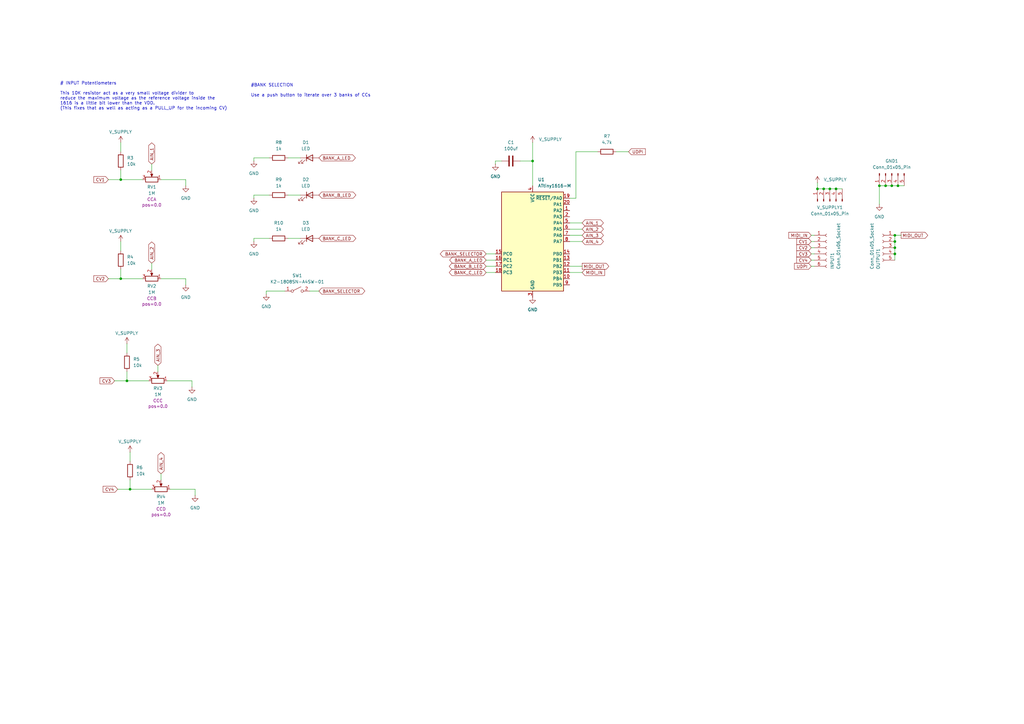
<source format=kicad_sch>
(kicad_sch (version 20231120) (generator "eeschema") (generator_version "8.0")
  (paper "A3")
  (lib_symbols
    (symbol "Connector:Conn_01x05_Pin" (pin_names (offset 1.016) hide)
      (property "Reference" "J" (at 0 7.62 0))
      (property "Value" "Conn_01x05_Pin" (at 0 -7.62 0))
      (symbol "Conn_01x05_Pin_1_1"
        (polyline (pts (xy 1.27 -5.08) (xy 0.8636 -5.08)) (stroke (width 0.1524)))
        (polyline (pts (xy 1.27 -2.54) (xy 0.8636 -2.54)) (stroke (width 0.1524)))
        (polyline (pts (xy 1.27 0) (xy 0.8636 0)) (stroke (width 0.1524)))
        (polyline (pts (xy 1.27 2.54) (xy 0.8636 2.54)) (stroke (width 0.1524)))
        (polyline (pts (xy 1.27 5.08) (xy 0.8636 5.08)) (stroke (width 0.1524)))
        (rectangle (start 0.8636 -4.953) (end 0 -5.207) (stroke (width 0.1524)) (fill (type outline)))
        (rectangle (start 0.8636 -2.413) (end 0 -2.667) (stroke (width 0.1524)) (fill (type outline)))
        (rectangle (start 0.8636 0.127) (end 0 -0.127) (stroke (width 0.1524)) (fill (type outline)))
        (rectangle (start 0.8636 2.667) (end 0 2.413) (stroke (width 0.1524)) (fill (type outline)))
        (rectangle (start 0.8636 5.207) (end 0 4.953) (stroke (width 0.1524)) (fill (type outline)))
        (pin passive line (at 5.08 5.08 180) (length 3.81) (name "Pin_1") (number "1"))
        (pin passive line (at 5.08 2.54 180) (length 3.81) (name "Pin_2") (number "2"))
        (pin passive line (at 5.08 0 180) (length 3.81) (name "Pin_3") (number "3"))
        (pin passive line (at 5.08 -2.54 180) (length 3.81) (name "Pin_4") (number "4"))
        (pin passive line (at 5.08 -5.08 180) (length 3.81) (name "Pin_5") (number "5"))
      )
    )
    (symbol "Connector:Conn_01x05_Socket" (pin_names (offset 1.016) hide)
      (property "Reference" "J" (at 0 7.62 0))
      (property "Value" "Conn_01x05_Socket" (at 0 -7.62 0))
      (symbol "Conn_01x05_Socket_1_1"
        (arc (start 0 -4.572) (mid -0.5058 -5.08) (end 0 -5.588) (stroke (width 0.1524)))
        (arc (start 0 -2.032) (mid -0.5058 -2.54) (end 0 -3.048) (stroke (width 0.1524)))
        (polyline (pts (xy -1.27 -5.08) (xy -0.508 -5.08)) (stroke (width 0.1524)))
        (polyline (pts (xy -1.27 -2.54) (xy -0.508 -2.54)) (stroke (width 0.1524)))
        (polyline (pts (xy -1.27 0) (xy -0.508 0)) (stroke (width 0.1524)))
        (polyline (pts (xy -1.27 2.54) (xy -0.508 2.54)) (stroke (width 0.1524)))
        (polyline (pts (xy -1.27 5.08) (xy -0.508 5.08)) (stroke (width 0.1524)))
        (arc (start 0 0.508) (mid -0.5058 0) (end 0 -0.508) (stroke (width 0.1524)))
        (arc (start 0 3.048) (mid -0.5058 2.54) (end 0 2.032) (stroke (width 0.1524)))
        (arc (start 0 5.588) (mid -0.5058 5.08) (end 0 4.572) (stroke (width 0.1524)))
        (pin passive line (at -5.08 5.08 0) (length 3.81) (name "Pin_1") (number "1"))
        (pin passive line (at -5.08 2.54 0) (length 3.81) (name "Pin_2") (number "2"))
        (pin passive line (at -5.08 0 0) (length 3.81) (name "Pin_3") (number "3"))
        (pin passive line (at -5.08 -2.54 0) (length 3.81) (name "Pin_4") (number "4"))
        (pin passive line (at -5.08 -5.08 0) (length 3.81) (name "Pin_5") (number "5"))
      )
    )
    (symbol "Connector:Conn_01x06_Socket" (pin_names (offset 1.016) hide)
      (property "Reference" "J" (at 0 7.62 0))
      (property "Value" "Conn_01x06_Socket" (at 0 -10.16 0))
      (symbol "Conn_01x06_Socket_1_1"
        (arc (start 0 -7.112) (mid -0.5058 -7.62) (end 0 -8.128) (stroke (width 0.1524)))
        (arc (start 0 -4.572) (mid -0.5058 -5.08) (end 0 -5.588) (stroke (width 0.1524)))
        (arc (start 0 -2.032) (mid -0.5058 -2.54) (end 0 -3.048) (stroke (width 0.1524)))
        (polyline (pts (xy -1.27 -7.62) (xy -0.508 -7.62)) (stroke (width 0.1524)))
        (polyline (pts (xy -1.27 -5.08) (xy -0.508 -5.08)) (stroke (width 0.1524)))
        (polyline (pts (xy -1.27 -2.54) (xy -0.508 -2.54)) (stroke (width 0.1524)))
        (polyline (pts (xy -1.27 0) (xy -0.508 0)) (stroke (width 0.1524)))
        (polyline (pts (xy -1.27 2.54) (xy -0.508 2.54)) (stroke (width 0.1524)))
        (polyline (pts (xy -1.27 5.08) (xy -0.508 5.08)) (stroke (width 0.1524)))
        (arc (start 0 0.508) (mid -0.5058 0) (end 0 -0.508) (stroke (width 0.1524)))
        (arc (start 0 3.048) (mid -0.5058 2.54) (end 0 2.032) (stroke (width 0.1524)))
        (arc (start 0 5.588) (mid -0.5058 5.08) (end 0 4.572) (stroke (width 0.1524)))
        (pin passive line (at -5.08 5.08 0) (length 3.81) (name "Pin_1") (number "1"))
        (pin passive line (at -5.08 2.54 0) (length 3.81) (name "Pin_2") (number "2"))
        (pin passive line (at -5.08 0 0) (length 3.81) (name "Pin_3") (number "3"))
        (pin passive line (at -5.08 -2.54 0) (length 3.81) (name "Pin_4") (number "4"))
        (pin passive line (at -5.08 -5.08 0) (length 3.81) (name "Pin_5") (number "5"))
        (pin passive line (at -5.08 -7.62 0) (length 3.81) (name "Pin_6") (number "6"))
      )
    )
    (symbol "Device:C" (pin_numbers hide) (pin_names (offset 0.254))
      (property "Reference" "C" (at 0.635 2.54 0))
      (property "Value" "C" (at 0.635 -2.54 0))
      (symbol "C_0_1"
        (polyline (pts (xy -2.032 -0.762) (xy 2.032 -0.762)) (stroke (width 0.508)))
        (polyline (pts (xy -2.032 0.762) (xy 2.032 0.762)) (stroke (width 0.508)))
      )
      (symbol "C_1_1"
        (pin passive line (at 0 3.81 270) (length 2.794) (name "~") (number "1"))
        (pin passive line (at 0 -3.81 90) (length 2.794) (name "~") (number "2"))
      )
    )
    (symbol "Device:LED" (pin_numbers hide) (pin_names (offset 1.016) hide)
      (property "Reference" "D" (at 0 2.54 0))
      (property "Value" "LED" (at 0 -2.54 0))
      (symbol "LED_0_1"
        (polyline (pts (xy -1.27 -1.27) (xy -1.27 1.27)) (stroke (width 0.254)))
        (polyline (pts (xy -1.27 0) (xy 1.27 0)))
        (polyline (pts (xy 1.27 -1.27) (xy 1.27 1.27) (xy -1.27 0) (xy 1.27 -1.27)) (stroke (width 0.254)))
        (polyline (pts (xy -3.048 -0.762) (xy -4.572 -2.286) (xy -3.81 -2.286) (xy -4.572 -2.286) (xy -4.572 -1.524)))
        (polyline (pts (xy -1.778 -0.762) (xy -3.302 -2.286) (xy -2.54 -2.286) (xy -3.302 -2.286) (xy -3.302 -1.524)))
      )
      (symbol "LED_1_1"
        (pin passive line (at -3.81 0 0) (length 2.54) (name "K") (number "1"))
        (pin passive line (at 3.81 0 180) (length 2.54) (name "A") (number "2"))
      )
    )
    (symbol "Device:R" (pin_numbers hide) (pin_names (offset 0))
      (property "Reference" "R" (at 2.032 0 90))
      (property "Value" "R" (at 0 0 90))
      (symbol "R_0_1"
        (rectangle (start -1.016 -2.54) (end 1.016 2.54) (stroke (width 0.254)))
      )
      (symbol "R_1_1"
        (pin passive line (at 0 3.81 270) (length 1.27) (name "~") (number "1"))
        (pin passive line (at 0 -3.81 90) (length 1.27) (name "~") (number "2"))
      )
    )
    (symbol "Device:R_Potentiometer" (pin_names (offset 1.016) hide)
      (property "Reference" "RV" (at -4.445 0 90))
      (property "Value" "R_Potentiometer" (at -2.54 0 90))
      (symbol "R_Potentiometer_0_1"
        (polyline (pts (xy 2.54 0) (xy 1.524 0)))
        (polyline (pts (xy 1.143 0) (xy 2.286 0.508) (xy 2.286 -0.508) (xy 1.143 0)) (fill (type outline)))
        (rectangle (start 1.016 2.54) (end -1.016 -2.54) (stroke (width 0.254)))
      )
      (symbol "R_Potentiometer_1_1"
        (pin passive line (at 0 3.81 270) (length 1.27) (name "1") (number "1"))
        (pin passive line (at 3.81 0 180) (length 1.27) (name "2") (number "2"))
        (pin passive line (at 0 -3.81 90) (length 1.27) (name "3") (number "3"))
      )
    )
    (symbol "MCU_Microchip_ATtiny:ATtiny1616-M"
      (property "Reference" "U" (at -12.7 21.59 0))
      (property "Value" "ATtiny1616-M" (at 2.54 -21.59 0))
      (symbol "ATtiny1616-M_0_1"
        (rectangle (start -12.7 -20.32) (end 12.7 20.32) (stroke (width 0.254)) (fill (type background)))
      )
      (symbol "ATtiny1616-M_1_1"
        (pin bidirectional line (at 15.24 12.7 180) (length 2.54) (name "PA2") (number "1"))
        (pin bidirectional line (at 15.24 -15.24 180) (length 2.54) (name "PB4") (number "10"))
        (pin bidirectional line (at 15.24 -12.7 180) (length 2.54) (name "PB3") (number "11"))
        (pin bidirectional line (at 15.24 -10.16 180) (length 2.54) (name "PB2") (number "12"))
        (pin bidirectional line (at 15.24 -7.62 180) (length 2.54) (name "PB1") (number "13"))
        (pin bidirectional line (at 15.24 -5.08 180) (length 2.54) (name "PB0") (number "14"))
        (pin bidirectional line (at -15.24 -5.08 0) (length 2.54) (name "PC0") (number "15"))
        (pin bidirectional line (at -15.24 -7.62 0) (length 2.54) (name "PC1") (number "16"))
        (pin bidirectional line (at -15.24 -10.16 0) (length 2.54) (name "PC2") (number "17"))
        (pin bidirectional line (at -15.24 -12.7 0) (length 2.54) (name "PC3") (number "18"))
        (pin bidirectional line (at 15.24 17.78 180) (length 2.54) (name "~{RESET}/PA0") (number "19"))
        (pin bidirectional line (at 15.24 10.16 180) (length 2.54) (name "PA3") (number "2"))
        (pin bidirectional line (at 15.24 15.24 180) (length 2.54) (name "PA1") (number "20"))
        (pin passive line (at 0 -22.86 90) (length 2.54) hide (name "GND") (number "21"))
        (pin power_in line (at 0 -22.86 90) (length 2.54) (name "GND") (number "3"))
        (pin power_in line (at 0 22.86 270) (length 2.54) (name "VCC") (number "4"))
        (pin bidirectional line (at 15.24 7.62 180) (length 2.54) (name "PA4") (number "5"))
        (pin bidirectional line (at 15.24 5.08 180) (length 2.54) (name "PA5") (number "6"))
        (pin bidirectional line (at 15.24 2.54 180) (length 2.54) (name "PA6") (number "7"))
        (pin bidirectional line (at 15.24 0 180) (length 2.54) (name "PA7") (number "8"))
        (pin bidirectional line (at 15.24 -17.78 180) (length 2.54) (name "PB5") (number "9"))
      )
    )
    (symbol "Switch:SW_SPST" (pin_names (offset 0) hide)
      (property "Reference" "SW" (at 0 3.175 0))
      (property "Value" "SW_SPST" (at 0 -2.54 0))
      (symbol "SW_SPST_0_0"
        (circle (center -2.032 0) (radius 0.508))
        (polyline (pts (xy -1.524 0.254) (xy 1.524 1.778)))
        (circle (center 2.032 0) (radius 0.508))
      )
      (symbol "SW_SPST_1_1"
        (pin passive line (at -5.08 0 0) (length 2.54) (name "A") (number "1"))
        (pin passive line (at 5.08 0 180) (length 2.54) (name "B") (number "2"))
      )
    )
    (symbol "power:+5V" (power) (pin_numbers hide) (pin_names (offset 0) hide)
      (property "Value" "+5V" (at 0 3.556 0))
      (symbol "+5V_0_1"
        (polyline (pts (xy -0.762 1.27) (xy 0 2.54)))
        (polyline (pts (xy 0 0) (xy 0 2.54)))
        (polyline (pts (xy 0 2.54) (xy 0.762 1.27)))
      )
      (symbol "+5V_1_1"
        (pin power_in line (at 0 0 90) (length 0) (name "~") (number "1"))
      )
    )
    (symbol "power:GND" (power) (pin_numbers hide) (pin_names (offset 0) hide)
      (property "Value" "GND" (at 0 -3.81 0))
      (symbol "GND_0_1"
        (polyline (pts (xy 0 0) (xy 0 -1.27) (xy 1.27 -1.27) (xy 0 -2.54) (xy -1.27 -1.27) (xy 0 -1.27)))
      )
      (symbol "GND_1_1"
        (pin power_in line (at 0 0 270) (length 0) (name "~") (number "1"))
      )
    )
  )
  (junction (at 337.82 77.47))
  (junction (at 367.03 101.6))
  (junction (at 367.03 99.06))
  (junction (at 53.34 200.66))
  (junction (at 363.22 76.2))
  (junction (at 52.07 156.21))
  (junction (at 367.03 104.14))
  (junction (at 335.28 77.47))
  (junction (at 342.9 77.47))
  (junction (at 368.3 76.2))
  (junction (at 49.53 73.66))
  (junction (at 367.03 96.52))
  (junction (at 49.53 114.3))
  (junction (at 365.76 76.2))
  (junction (at 340.36 77.47))
  (junction (at 360.68 76.2))
  (junction (at 218.44 66.04))
  (wire (pts (xy 48.26 200.66) (xy 53.34 200.66)))
  (wire (pts (xy 233.68 99.06) (xy 238.76 99.06)))
  (wire (pts (xy 53.34 196.85) (xy 53.34 200.66)))
  (wire (pts (xy 109.22 119.38) (xy 116.84 119.38)))
  (wire (pts (xy 62.23 67.31) (xy 62.23 69.85)))
  (wire (pts (xy 52.07 140.97) (xy 52.07 144.78)))
  (wire (pts (xy 342.9 77.47) (xy 345.44 77.47)))
  (wire (pts (xy 332.74 101.6) (xy 334.01 101.6)))
  (wire (pts (xy 104.14 64.77) (xy 104.14 66.04)))
  (wire (pts (xy 76.2 114.3) (xy 76.2 116.84)))
  (wire (pts (xy 199.39 104.14) (xy 203.2 104.14)))
  (wire (pts (xy 332.74 109.22) (xy 334.01 109.22)))
  (wire (pts (xy 233.68 111.76) (xy 238.76 111.76)))
  (wire (pts (xy 110.49 80.01) (xy 104.14 80.01)))
  (wire (pts (xy 335.28 77.47) (xy 337.82 77.47)))
  (wire (pts (xy 44.45 73.66) (xy 49.53 73.66)))
  (wire (pts (xy 49.53 99.06) (xy 49.53 102.87)))
  (wire (pts (xy 49.53 69.85) (xy 49.53 73.66)))
  (wire (pts (xy 205.74 66.04) (xy 203.2 66.04)))
  (wire (pts (xy 76.2 73.66) (xy 76.2 76.2)))
  (wire (pts (xy 233.68 93.98) (xy 238.76 93.98)))
  (wire (pts (xy 49.53 58.42) (xy 49.53 62.23)))
  (wire (pts (xy 49.53 73.66) (xy 58.42 73.66)))
  (wire (pts (xy 80.01 200.66) (xy 80.01 203.2)))
  (wire (pts (xy 367.03 104.14) (xy 367.03 106.68)))
  (wire (pts (xy 368.3 76.2) (xy 370.84 76.2)))
  (wire (pts (xy 233.68 96.52) (xy 238.76 96.52)))
  (wire (pts (xy 369.57 96.52) (xy 367.03 96.52)))
  (wire (pts (xy 118.11 97.79) (xy 123.19 97.79)))
  (wire (pts (xy 127 119.38) (xy 130.81 119.38)))
  (wire (pts (xy 62.23 107.95) (xy 62.23 110.49)))
  (wire (pts (xy 218.44 58.42) (xy 218.44 66.04)))
  (wire (pts (xy 340.36 77.47) (xy 342.9 77.47)))
  (wire (pts (xy 367.03 96.52) (xy 367.03 99.06)))
  (wire (pts (xy 44.45 114.3) (xy 49.53 114.3)))
  (wire (pts (xy 360.68 76.2) (xy 363.22 76.2)))
  (wire (pts (xy 66.04 194.31) (xy 66.04 196.85)))
  (wire (pts (xy 46.99 156.21) (xy 52.07 156.21)))
  (wire (pts (xy 68.58 156.21) (xy 78.74 156.21)))
  (wire (pts (xy 360.68 76.2) (xy 360.68 83.82)))
  (wire (pts (xy 104.14 97.79) (xy 104.14 99.06)))
  (wire (pts (xy 335.28 77.47) (xy 335.28 74.93)))
  (wire (pts (xy 78.74 156.21) (xy 78.74 158.75)))
  (wire (pts (xy 236.22 81.28) (xy 233.68 81.28)))
  (wire (pts (xy 49.53 114.3) (xy 58.42 114.3)))
  (wire (pts (xy 365.76 76.2) (xy 368.3 76.2)))
  (wire (pts (xy 233.68 109.22) (xy 238.76 109.22)))
  (wire (pts (xy 257.81 62.23) (xy 252.73 62.23)))
  (wire (pts (xy 49.53 110.49) (xy 49.53 114.3)))
  (wire (pts (xy 332.74 99.06) (xy 334.01 99.06)))
  (wire (pts (xy 367.03 99.06) (xy 367.03 101.6)))
  (wire (pts (xy 238.76 91.44) (xy 233.68 91.44)))
  (wire (pts (xy 218.44 66.04) (xy 218.44 76.2)))
  (wire (pts (xy 118.11 64.77) (xy 123.19 64.77)))
  (wire (pts (xy 66.04 73.66) (xy 76.2 73.66)))
  (wire (pts (xy 236.22 62.23) (xy 236.22 81.28)))
  (wire (pts (xy 245.11 62.23) (xy 236.22 62.23)))
  (wire (pts (xy 337.82 77.47) (xy 340.36 77.47)))
  (wire (pts (xy 109.22 120.65) (xy 109.22 119.38)))
  (wire (pts (xy 66.04 114.3) (xy 76.2 114.3)))
  (wire (pts (xy 199.39 109.22) (xy 203.2 109.22)))
  (wire (pts (xy 213.36 66.04) (xy 218.44 66.04)))
  (wire (pts (xy 53.34 200.66) (xy 62.23 200.66)))
  (wire (pts (xy 332.74 106.68) (xy 334.01 106.68)))
  (wire (pts (xy 52.07 156.21) (xy 60.96 156.21)))
  (wire (pts (xy 69.85 200.66) (xy 80.01 200.66)))
  (wire (pts (xy 332.74 104.14) (xy 334.01 104.14)))
  (wire (pts (xy 367.03 101.6) (xy 367.03 104.14)))
  (wire (pts (xy 199.39 106.68) (xy 203.2 106.68)))
  (wire (pts (xy 203.2 66.04) (xy 203.2 67.31)))
  (wire (pts (xy 199.39 111.76) (xy 203.2 111.76)))
  (wire (pts (xy 110.49 64.77) (xy 104.14 64.77)))
  (wire (pts (xy 110.49 97.79) (xy 104.14 97.79)))
  (wire (pts (xy 104.14 80.01) (xy 104.14 81.28)))
  (wire (pts (xy 64.77 149.86) (xy 64.77 152.4)))
  (wire (pts (xy 52.07 152.4) (xy 52.07 156.21)))
  (wire (pts (xy 118.11 80.01) (xy 123.19 80.01)))
  (wire (pts (xy 53.34 185.42) (xy 53.34 189.23)))
  (wire (pts (xy 332.74 96.52) (xy 334.01 96.52)))
  (wire (pts (xy 363.22 76.2) (xy 365.76 76.2)))
  (text "# INPUT Potentiometers\n\nThis 10K resistor act as a very small voltage divider to \nreduce the maximum voltage as the reference voltage inside the \n1616 is a little bit lower than the VDD.\n(This fixes that as well as acting as a PULL_UP for the incoming CV)" (at 24.638 39.37 0) (effects (font (size 1.27 1.27)) (justify left)))
  (text "#BANK SELECTION\n\nUse a push button to iterate over 3 banks of CCs" (at 102.87 37.084 0) (effects (font (size 1.27 1.27)) (justify left)))
  (global_label "CV3" (shape input) (at 332.74 104.14 180) (property "Intersheetrefs" "${INTERSHEET_REFS}" (effects (hide yes))))
  (global_label "CV4" (shape input) (at 332.74 106.68 180) (property "Intersheetrefs" "${INTERSHEET_REFS}" (effects (hide yes))))
  (global_label "BANK_B_LED" (shape bidirectional) (at 130.81 80.01 0) (property "Intersheetrefs" "${INTERSHEET_REFS}" (effects (hide yes))))
  (global_label "BANK_SELECTOR" (shape bidirectional) (at 130.81 119.38 0) (property "Intersheetrefs" "${INTERSHEET_REFS}" (effects (hide yes))))
  (global_label "CV4" (shape input) (at 48.26 200.66 180) (property "Intersheetrefs" "${INTERSHEET_REFS}" (effects (hide yes))))
  (global_label "BANK_A_LED" (shape bidirectional) (at 130.81 64.77 0) (property "Intersheetrefs" "${INTERSHEET_REFS}" (effects (hide yes))))
  (global_label "AIN_3" (shape bidirectional) (at 238.76 96.52 0) (property "Intersheetrefs" "${INTERSHEET_REFS}" (effects (hide yes))))
  (global_label "MIDI_IN" (shape input) (at 238.76 111.76 0) (property "Intersheetrefs" "${INTERSHEET_REFS}" (effects (hide yes))))
  (global_label "BANK_C_LED" (shape bidirectional) (at 199.39 111.76 180) (property "Intersheetrefs" "${INTERSHEET_REFS}" (effects (hide yes))))
  (global_label "AIN_4" (shape bidirectional) (at 66.04 194.31 90) (property "Intersheetrefs" "${INTERSHEET_REFS}" (effects (hide yes))))
  (global_label "BANK_SELECTOR" (shape bidirectional) (at 199.39 104.14 180) (property "Intersheetrefs" "${INTERSHEET_REFS}" (effects (hide yes))))
  (global_label "UDPI" (shape input) (at 332.74 109.22 180) (property "Intersheetrefs" "${INTERSHEET_REFS}" (effects (hide yes))))
  (global_label "CV2" (shape input) (at 332.74 101.6 180) (property "Intersheetrefs" "${INTERSHEET_REFS}" (effects (hide yes))))
  (global_label "MIDI_IN" (shape input) (at 332.74 96.52 180) (property "Intersheetrefs" "${INTERSHEET_REFS}" (effects (hide yes))))
  (global_label "CV1" (shape input) (at 44.45 73.66 180) (property "Intersheetrefs" "${INTERSHEET_REFS}" (effects (hide yes))))
  (global_label "CV1" (shape input) (at 332.74 99.06 180) (property "Intersheetrefs" "${INTERSHEET_REFS}" (effects (hide yes))))
  (global_label "AIN_2" (shape bidirectional) (at 62.23 107.95 90) (property "Intersheetrefs" "${INTERSHEET_REFS}" (effects (hide yes))))
  (global_label "AIN_1" (shape bidirectional) (at 62.23 67.31 90) (property "Intersheetrefs" "${INTERSHEET_REFS}" (effects (hide yes))))
  (global_label "CV2" (shape input) (at 44.45 114.3 180) (property "Intersheetrefs" "${INTERSHEET_REFS}" (effects (hide yes))))
  (global_label "CV3" (shape input) (at 46.99 156.21 180) (property "Intersheetrefs" "${INTERSHEET_REFS}" (effects (hide yes))))
  (global_label "BANK_B_LED" (shape bidirectional) (at 199.39 109.22 180) (property "Intersheetrefs" "${INTERSHEET_REFS}" (effects (hide yes))))
  (global_label "AIN_3" (shape bidirectional) (at 64.77 149.86 90) (property "Intersheetrefs" "${INTERSHEET_REFS}" (effects (hide yes))))
  (global_label "BANK_A_LED" (shape bidirectional) (at 199.39 106.68 180) (property "Intersheetrefs" "${INTERSHEET_REFS}" (effects (hide yes))))
  (global_label "AIN_2" (shape bidirectional) (at 238.76 93.98 0) (property "Intersheetrefs" "${INTERSHEET_REFS}" (effects (hide yes))))
  (global_label "MIDI_OUT" (shape output) (at 238.76 109.22 0) (property "Intersheetrefs" "${INTERSHEET_REFS}" (effects (hide yes))))
  (global_label "BANK_C_LED" (shape bidirectional) (at 130.81 97.79 0) (property "Intersheetrefs" "${INTERSHEET_REFS}" (effects (hide yes))))
  (global_label "AIN_1" (shape bidirectional) (at 238.76 91.44 0) (property "Intersheetrefs" "${INTERSHEET_REFS}" (effects (hide yes))))
  (global_label "MIDI_OUT" (shape output) (at 369.57 96.52 0) (property "Intersheetrefs" "${INTERSHEET_REFS}" (effects (hide yes))))
  (global_label "UDPI" (shape input) (at 257.81 62.23 0) (property "Intersheetrefs" "${INTERSHEET_REFS}" (effects (hide yes))))
  (global_label "AIN_4" (shape bidirectional) (at 238.76 99.06 0) (property "Intersheetrefs" "${INTERSHEET_REFS}" (effects (hide yes))))
  (symbol (lib_id "MCU_Microchip_ATtiny:ATtiny1616-M") (at 218.44 99.06 0) (unit 1)
    (property "Reference" "U1" (at 220.6341 73.66 0) (effects (justify left)))
    (property "Value" "ATtiny1616-M" (at 220.6341 76.2 0) (effects (justify left)))
    (property "Footprint" "Package_DFN_QFN:VQFN-20-1EP_3x3mm_P0.4mm_EP1.7x1.7mm" (effects (hide yes)))
    (property "Datasheet" "http://ww1.microchip.com/downloads/en/DeviceDoc/ATtiny3216_ATtiny1616-data-sheet-40001997B.pdf" (effects (hide yes)))
    (property "Description" "20MHz, 16kB Flash, 2kB SRAM, 256B EEPROM, VQFN-20" (effects (hide yes)))
  )
  (symbol (lib_id "power:GND") (at 76.2 76.2 0) (unit 1)
    (property "Reference" "#PWR08" (effects (hide yes)))
    (property "Value" "GND" (at 76.2 81.28 0))
    (property "Description" "Power symbol creates a global label with name \"GND\" , ground" (effects (hide yes)))
  )
  (symbol (lib_id "Connector:Conn_01x05_Pin") (at 340.36 82.55 90) (unit 1) (exclude_from_sim yes)
    (property "Reference" "V_SUPPLY1" (at 340.36 85.09 90))
    (property "Value" "Conn_01x05_Pin" (at 340.36 87.63 90))
    (property "Footprint" "BreadModular_MISC:Power_Connector" (effects (hide yes)))
    (property "Description" "Generic connector, single row, 01x05, script generated" (effects (hide yes)))
  )
  (symbol (lib_id "power:GND") (at 104.14 81.28 0) (unit 1)
    (property "Reference" "#PWR020" (effects (hide yes)))
    (property "Value" "GND" (at 104.14 86.36 0))
    (property "Description" "Power symbol creates a global label with name \"GND\" , ground" (effects (hide yes)))
  )
  (symbol (lib_id "Device:R_Potentiometer") (at 66.04 200.66 270) (mirror x) (unit 1)
    (property "Reference" "RV4" (at 66.04 203.708 90))
    (property "Value" "1M" (at 66.04 206.248 90))
    (property "Footprint" "BreadModular_Pots:Potentiometer_RV09" (effects (hide yes)))
    (property "Description" "Potentiometer" (effects (hide yes)))
    (property "Sim.Device" "R" (effects (hide yes)))
    (property "Sim.Type" "POT" (effects (hide yes)))
    (property "Sim.Pins" "1=r0 2=wiper 3=r1" (effects (hide yes)))
    (property "Sim.Params" "pos=0.0" (at 66.04 211.074 90))
    (property "Comment" "CCD" (at 66.04 208.788 90))
  )
  (symbol (lib_id "power:GND") (at 218.44 121.92 0) (unit 1)
    (property "Reference" "#PWR018" (effects (hide yes)))
    (property "Value" "GND" (at 218.44 127 0))
    (property "Description" "Power symbol creates a global label with name \"GND\" , ground" (effects (hide yes)))
  )
  (symbol (lib_id "Device:LED") (at 127 64.77 0) (unit 1)
    (property "Reference" "D1" (at 125.4125 58.42 0))
    (property "Value" "LED" (at 125.4125 60.96 0))
    (property "Footprint" "LED_SMD:LED_0603_1608Metric" (effects (hide yes)))
    (property "Description" "Light emitting diode" (effects (hide yes)))
  )
  (symbol (lib_id "power:GND") (at 203.2 67.31 0) (unit 1)
    (property "Reference" "#PWR016" (effects (hide yes)))
    (property "Value" "GND" (at 203.2 72.39 0))
    (property "Description" "Power symbol creates a global label with name \"GND\" , ground" (effects (hide yes)))
  )
  (symbol (lib_id "Device:R") (at 49.53 66.04 180) (unit 1)
    (property "Reference" "R3" (at 52.07 64.7699 0) (effects (justify right)))
    (property "Value" "10k" (at 52.07 67.3099 0) (effects (justify right)))
    (property "Footprint" "Resistor_SMD:R_0402_1005Metric" (effects (hide yes)))
    (property "Description" "Resistor" (effects (hide yes)))
  )
  (symbol (lib_id "Device:R") (at 49.53 106.68 180) (unit 1)
    (property "Reference" "R4" (at 52.07 105.4099 0) (effects (justify right)))
    (property "Value" "10k" (at 52.07 107.9499 0) (effects (justify right)))
    (property "Footprint" "Resistor_SMD:R_0402_1005Metric" (effects (hide yes)))
    (property "Description" "Resistor" (effects (hide yes)))
  )
  (symbol (lib_id "power:+5V") (at 335.28 74.93 0) (unit 1)
    (property "Reference" "#PWR01" (effects (hide yes)))
    (property "Value" "V_SUPPLY" (at 337.82 73.6599 0) (effects (justify left)))
    (property "Description" "Power symbol creates a global label with name \"+5V\"" (effects (hide yes)))
  )
  (symbol (lib_id "power:GND") (at 360.68 83.82 0) (unit 1)
    (property "Reference" "#PWR05" (effects (hide yes)))
    (property "Value" "GND" (at 360.68 88.9 0))
    (property "Description" "Power symbol creates a global label with name \"GND\" , ground" (effects (hide yes)))
  )
  (symbol (lib_id "Device:R_Potentiometer") (at 62.23 73.66 270) (mirror x) (unit 1)
    (property "Reference" "RV1" (at 62.23 76.708 90))
    (property "Value" "1M" (at 62.23 79.248 90))
    (property "Footprint" "BreadModular_Pots:Potentiometer_RV09" (effects (hide yes)))
    (property "Description" "Potentiometer" (effects (hide yes)))
    (property "Sim.Device" "R" (effects (hide yes)))
    (property "Sim.Type" "POT" (effects (hide yes)))
    (property "Sim.Pins" "1=r0 2=wiper 3=r1" (effects (hide yes)))
    (property "Sim.Params" "pos=0.0" (at 62.23 84.074 90))
    (property "Comment" "CCA" (at 62.23 81.788 90))
  )
  (symbol (lib_id "power:GND") (at 80.01 203.2 0) (unit 1)
    (property "Reference" "#PWR015" (effects (hide yes)))
    (property "Value" "GND" (at 80.01 208.28 0))
    (property "Description" "Power symbol creates a global label with name \"GND\" , ground" (effects (hide yes)))
  )
  (symbol (lib_id "Switch:SW_SPST") (at 121.92 119.38 0) (unit 1)
    (property "Reference" "SW1" (at 121.92 113.03 0))
    (property "Value" "K2-1808SN-A4SW-01" (at 121.92 115.57 0))
    (property "Footprint" "BreadModular_MISC:K2-1808SN-A4SW-01" (effects (hide yes)))
    (property "Description" "Single Pole Single Throw (SPST) switch" (effects (hide yes)))
  )
  (symbol (lib_id "power:+5V") (at 52.07 140.97 0) (unit 1)
    (property "Reference" "#PWR012" (effects (hide yes)))
    (property "Value" "V_SUPPLY" (at 47.244 136.652 0) (effects (justify left)))
    (property "Description" "Power symbol creates a global label with name \"+5V\"" (effects (hide yes)))
  )
  (symbol (lib_id "Device:R") (at 53.34 193.04 180) (unit 1)
    (property "Reference" "R6" (at 55.88 191.7699 0) (effects (justify right)))
    (property "Value" "10k" (at 55.88 194.3099 0) (effects (justify right)))
    (property "Footprint" "Resistor_SMD:R_0402_1005Metric" (effects (hide yes)))
    (property "Description" "Resistor" (effects (hide yes)))
  )
  (symbol (lib_id "Device:R_Potentiometer") (at 62.23 114.3 270) (mirror x) (unit 1)
    (property "Reference" "RV2" (at 62.23 117.348 90))
    (property "Value" "1M" (at 62.23 119.888 90))
    (property "Footprint" "BreadModular_Pots:Potentiometer_RV09" (effects (hide yes)))
    (property "Description" "Potentiometer" (effects (hide yes)))
    (property "Sim.Device" "R" (effects (hide yes)))
    (property "Sim.Type" "POT" (effects (hide yes)))
    (property "Sim.Pins" "1=r0 2=wiper 3=r1" (effects (hide yes)))
    (property "Sim.Params" "pos=0.0" (at 62.23 124.714 90))
    (property "Comment" "CCB" (at 62.23 122.428 90))
  )
  (symbol (lib_id "power:GND") (at 109.22 120.65 0) (unit 1)
    (property "Reference" "#PWR022" (effects (hide yes)))
    (property "Value" "GND" (at 109.22 125.73 0))
    (property "Description" "Power symbol creates a global label with name \"GND\" , ground" (effects (hide yes)))
  )
  (symbol (lib_id "Device:R") (at 248.92 62.23 90) (unit 1)
    (property "Reference" "R7" (at 248.92 55.88 90))
    (property "Value" "4.7k" (at 248.92 58.42 90))
    (property "Footprint" "Resistor_SMD:R_0402_1005Metric" (effects (hide yes)))
    (property "Description" "Resistor" (effects (hide yes)))
  )
  (symbol (lib_id "Device:LED") (at 127 80.01 0) (unit 1)
    (property "Reference" "D2" (at 125.4125 73.66 0))
    (property "Value" "LED" (at 125.4125 76.2 0))
    (property "Footprint" "LED_SMD:LED_0603_1608Metric" (effects (hide yes)))
    (property "Description" "Light emitting diode" (effects (hide yes)))
  )
  (symbol (lib_id "Device:R_Potentiometer") (at 64.77 156.21 270) (mirror x) (unit 1)
    (property "Reference" "RV3" (at 64.77 159.258 90))
    (property "Value" "1M" (at 64.77 161.798 90))
    (property "Footprint" "BreadModular_Pots:Potentiometer_RV09" (effects (hide yes)))
    (property "Description" "Potentiometer" (effects (hide yes)))
    (property "Sim.Device" "R" (effects (hide yes)))
    (property "Sim.Type" "POT" (effects (hide yes)))
    (property "Sim.Pins" "1=r0 2=wiper 3=r1" (effects (hide yes)))
    (property "Sim.Params" "pos=0.0" (at 64.77 166.624 90))
    (property "Comment" "CCC" (at 64.77 164.338 90))
  )
  (symbol (lib_id "power:GND") (at 104.14 99.06 0) (unit 1)
    (property "Reference" "#PWR021" (effects (hide yes)))
    (property "Value" "GND" (at 104.14 104.14 0))
    (property "Description" "Power symbol creates a global label with name \"GND\" , ground" (effects (hide yes)))
  )
  (symbol (lib_id "power:+5V") (at 49.53 58.42 0) (unit 1)
    (property "Reference" "#PWR09" (effects (hide yes)))
    (property "Value" "V_SUPPLY" (at 44.704 54.102 0) (effects (justify left)))
    (property "Description" "Power symbol creates a global label with name \"+5V\"" (effects (hide yes)))
  )
  (symbol (lib_id "Device:R") (at 114.3 80.01 270) (unit 1)
    (property "Reference" "R9" (at 114.3 73.66 90))
    (property "Value" "1k" (at 114.3 76.2 90))
    (property "Footprint" "Resistor_SMD:R_0402_1005Metric" (effects (hide yes)))
    (property "Description" "Resistor" (effects (hide yes)))
  )
  (symbol (lib_id "power:GND") (at 78.74 158.75 0) (unit 1)
    (property "Reference" "#PWR013" (effects (hide yes)))
    (property "Value" "GND" (at 78.74 163.83 0))
    (property "Description" "Power symbol creates a global label with name \"GND\" , ground" (effects (hide yes)))
  )
  (symbol (lib_id "Device:C") (at 209.55 66.04 90) (unit 1)
    (property "Reference" "C1" (at 209.55 58.42 90))
    (property "Value" "100uf" (at 209.55 60.96 90))
    (property "Footprint" "Capacitor_SMD:C_1206_3216Metric" (effects (hide yes)))
    (property "Description" "Unpolarized capacitor" (effects (hide yes)))
  )
  (symbol (lib_id "Connector:Conn_01x05_Socket") (at 361.95 101.6 0) (mirror y) (unit 1) (exclude_from_sim yes)
    (property "Reference" "OUTPUT1" (at 360.172 110.49 90) (effects (justify left)))
    (property "Value" "Conn_01x05_Socket" (at 357.632 110.49 90) (effects (justify left)))
    (property "Footprint" "Connector_PinSocket_2.54mm:PinSocket_1x05_P2.54mm_Vertical" (effects (hide yes)))
    (property "Description" "Generic connector, single row, 01x05, script generated" (effects (hide yes)))
  )
  (symbol (lib_id "power:+5V") (at 49.53 99.06 0) (unit 1)
    (property "Reference" "#PWR010" (effects (hide yes)))
    (property "Value" "V_SUPPLY" (at 44.704 94.742 0) (effects (justify left)))
    (property "Description" "Power symbol creates a global label with name \"+5V\"" (effects (hide yes)))
  )
  (symbol (lib_id "power:GND") (at 104.14 66.04 0) (unit 1)
    (property "Reference" "#PWR019" (effects (hide yes)))
    (property "Value" "GND" (at 104.14 71.12 0))
    (property "Description" "Power symbol creates a global label with name \"GND\" , ground" (effects (hide yes)))
  )
  (symbol (lib_id "Device:R") (at 114.3 97.79 270) (unit 1)
    (property "Reference" "R10" (at 114.3 91.44 90))
    (property "Value" "1k" (at 114.3 93.98 90))
    (property "Footprint" "Resistor_SMD:R_0402_1005Metric" (effects (hide yes)))
    (property "Description" "Resistor" (effects (hide yes)))
  )
  (symbol (lib_id "power:+5V") (at 53.34 185.42 0) (unit 1)
    (property "Reference" "#PWR014" (effects (hide yes)))
    (property "Value" "V_SUPPLY" (at 48.514 181.102 0) (effects (justify left)))
    (property "Description" "Power symbol creates a global label with name \"+5V\"" (effects (hide yes)))
  )
  (symbol (lib_id "power:GND") (at 76.2 116.84 0) (unit 1)
    (property "Reference" "#PWR011" (effects (hide yes)))
    (property "Value" "GND" (at 76.2 121.92 0))
    (property "Description" "Power symbol creates a global label with name \"GND\" , ground" (effects (hide yes)))
  )
  (symbol (lib_id "Connector:Conn_01x06_Socket") (at 339.09 101.6 0) (unit 1)
    (property "Reference" "INPUT1" (at 341.376 110.49 90) (effects (justify left)))
    (property "Value" "Conn_01x06_Socket" (at 343.916 110.49 90) (effects (justify left)))
    (property "Footprint" "Connector_PinSocket_2.54mm:PinSocket_1x06_P2.54mm_Vertical" (effects (hide yes)))
    (property "Description" "Generic connector, single row, 01x06, script generated" (effects (hide yes)))
  )
  (symbol (lib_id "Device:R") (at 114.3 64.77 270) (unit 1)
    (property "Reference" "R8" (at 114.3 58.42 90))
    (property "Value" "1k" (at 114.3 60.96 90))
    (property "Footprint" "Resistor_SMD:R_0402_1005Metric" (effects (hide yes)))
    (property "Description" "Resistor" (effects (hide yes)))
  )
  (symbol (lib_id "power:+5V") (at 218.44 58.42 0) (unit 1)
    (property "Reference" "#PWR017" (effects (hide yes)))
    (property "Value" "V_SUPPLY" (at 220.98 57.1499 0) (effects (justify left)))
    (property "Description" "Power symbol creates a global label with name \"+5V\"" (effects (hide yes)))
  )
  (symbol (lib_id "Device:LED") (at 127 97.79 0) (unit 1)
    (property "Reference" "D3" (at 125.4125 91.44 0))
    (property "Value" "LED" (at 125.4125 93.98 0))
    (property "Footprint" "LED_SMD:LED_0603_1608Metric" (effects (hide yes)))
    (property "Description" "Light emitting diode" (effects (hide yes)))
  )
  (symbol (lib_id "Connector:Conn_01x05_Pin") (at 365.76 71.12 90) (mirror x) (unit 1) (exclude_from_sim yes)
    (property "Reference" "GND1" (at 365.76 66.04 90))
    (property "Value" "Conn_01x05_Pin" (at 365.76 68.58 90))
    (property "Footprint" "BreadModular_MISC:Power_Connector" (effects (hide yes)))
    (property "Description" "Generic connector, single row, 01x05, script generated" (effects (hide yes)))
  )
  (symbol (lib_id "Device:R") (at 52.07 148.59 180) (unit 1)
    (property "Reference" "R5" (at 54.61 147.3199 0) (effects (justify right)))
    (property "Value" "10k" (at 54.61 149.8599 0) (effects (justify right)))
    (property "Footprint" "Resistor_SMD:R_0402_1005Metric" (effects (hide yes)))
    (property "Description" "Resistor" (effects (hide yes)))
  )
)
</source>
